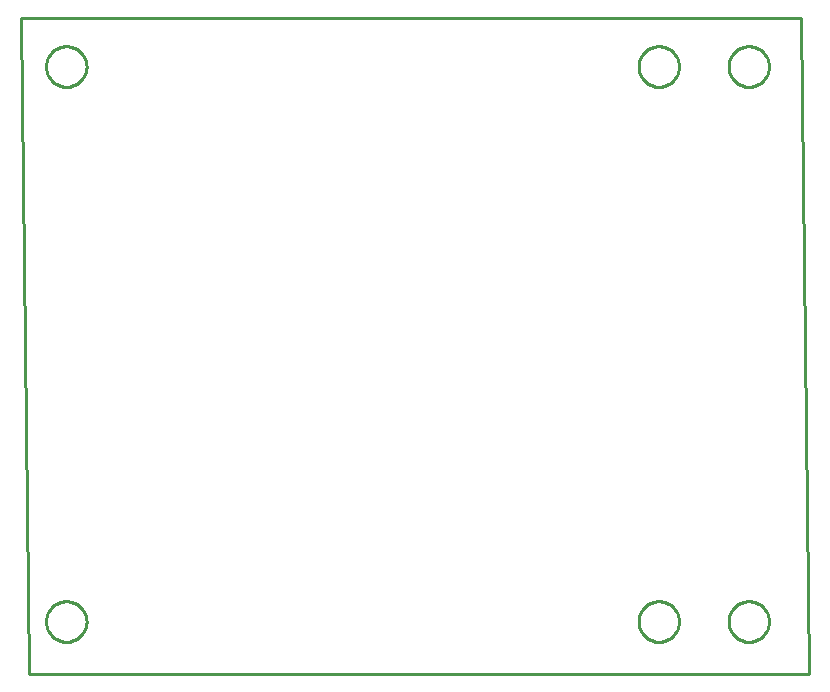
<source format=gbr>
G04 EAGLE Gerber RS-274X export*
G75*
%MOMM*%
%FSLAX34Y34*%
%LPD*%
%IN*%
%IPPOS*%
%AMOC8*
5,1,8,0,0,1.08239X$1,22.5*%
G01*
%ADD10C,0.254000*%


D10*
X0Y739650D02*
X6350Y184150D01*
X666550Y184150D01*
X660200Y739650D01*
X0Y739650D01*
X55245Y697939D02*
X55172Y696819D01*
X55025Y695706D01*
X54806Y694605D01*
X54516Y693520D01*
X54155Y692457D01*
X53725Y691420D01*
X53229Y690414D01*
X52667Y689441D01*
X52044Y688508D01*
X51360Y687618D01*
X50620Y686774D01*
X49826Y685980D01*
X48983Y685240D01*
X48092Y684556D01*
X47159Y683933D01*
X46186Y683371D01*
X45180Y682875D01*
X44143Y682445D01*
X43080Y682084D01*
X41995Y681794D01*
X40894Y681575D01*
X39781Y681428D01*
X38661Y681355D01*
X37539Y681355D01*
X36419Y681428D01*
X35306Y681575D01*
X34205Y681794D01*
X33120Y682084D01*
X32057Y682445D01*
X31020Y682875D01*
X30014Y683371D01*
X29041Y683933D01*
X28108Y684556D01*
X27218Y685240D01*
X26374Y685980D01*
X25580Y686774D01*
X24840Y687618D01*
X24156Y688508D01*
X23533Y689441D01*
X22971Y690414D01*
X22475Y691420D01*
X22045Y692457D01*
X21684Y693520D01*
X21394Y694605D01*
X21175Y695706D01*
X21028Y696819D01*
X20955Y697939D01*
X20955Y699061D01*
X21028Y700181D01*
X21175Y701294D01*
X21394Y702395D01*
X21684Y703480D01*
X22045Y704543D01*
X22475Y705580D01*
X22971Y706586D01*
X23533Y707559D01*
X24156Y708492D01*
X24840Y709383D01*
X25580Y710226D01*
X26374Y711020D01*
X27218Y711760D01*
X28108Y712444D01*
X29041Y713067D01*
X30014Y713629D01*
X31020Y714125D01*
X32057Y714555D01*
X33120Y714916D01*
X34205Y715206D01*
X35306Y715425D01*
X36419Y715572D01*
X37539Y715645D01*
X38661Y715645D01*
X39781Y715572D01*
X40894Y715425D01*
X41995Y715206D01*
X43080Y714916D01*
X44143Y714555D01*
X45180Y714125D01*
X46186Y713629D01*
X47159Y713067D01*
X48092Y712444D01*
X48983Y711760D01*
X49826Y711020D01*
X50620Y710226D01*
X51360Y709383D01*
X52044Y708492D01*
X52667Y707559D01*
X53229Y706586D01*
X53725Y705580D01*
X54155Y704543D01*
X54516Y703480D01*
X54806Y702395D01*
X55025Y701294D01*
X55172Y700181D01*
X55245Y699061D01*
X55245Y697939D01*
X633095Y697939D02*
X633022Y696819D01*
X632875Y695706D01*
X632656Y694605D01*
X632366Y693520D01*
X632005Y692457D01*
X631575Y691420D01*
X631079Y690414D01*
X630517Y689441D01*
X629894Y688508D01*
X629210Y687618D01*
X628470Y686774D01*
X627676Y685980D01*
X626833Y685240D01*
X625942Y684556D01*
X625009Y683933D01*
X624036Y683371D01*
X623030Y682875D01*
X621993Y682445D01*
X620930Y682084D01*
X619845Y681794D01*
X618744Y681575D01*
X617631Y681428D01*
X616511Y681355D01*
X615389Y681355D01*
X614269Y681428D01*
X613156Y681575D01*
X612055Y681794D01*
X610970Y682084D01*
X609907Y682445D01*
X608870Y682875D01*
X607864Y683371D01*
X606891Y683933D01*
X605958Y684556D01*
X605068Y685240D01*
X604224Y685980D01*
X603430Y686774D01*
X602690Y687618D01*
X602006Y688508D01*
X601383Y689441D01*
X600821Y690414D01*
X600325Y691420D01*
X599895Y692457D01*
X599534Y693520D01*
X599244Y694605D01*
X599025Y695706D01*
X598878Y696819D01*
X598805Y697939D01*
X598805Y699061D01*
X598878Y700181D01*
X599025Y701294D01*
X599244Y702395D01*
X599534Y703480D01*
X599895Y704543D01*
X600325Y705580D01*
X600821Y706586D01*
X601383Y707559D01*
X602006Y708492D01*
X602690Y709383D01*
X603430Y710226D01*
X604224Y711020D01*
X605068Y711760D01*
X605958Y712444D01*
X606891Y713067D01*
X607864Y713629D01*
X608870Y714125D01*
X609907Y714555D01*
X610970Y714916D01*
X612055Y715206D01*
X613156Y715425D01*
X614269Y715572D01*
X615389Y715645D01*
X616511Y715645D01*
X617631Y715572D01*
X618744Y715425D01*
X619845Y715206D01*
X620930Y714916D01*
X621993Y714555D01*
X623030Y714125D01*
X624036Y713629D01*
X625009Y713067D01*
X625942Y712444D01*
X626833Y711760D01*
X627676Y711020D01*
X628470Y710226D01*
X629210Y709383D01*
X629894Y708492D01*
X630517Y707559D01*
X631079Y706586D01*
X631575Y705580D01*
X632005Y704543D01*
X632366Y703480D01*
X632656Y702395D01*
X632875Y701294D01*
X633022Y700181D01*
X633095Y699061D01*
X633095Y697939D01*
X55245Y228039D02*
X55172Y226919D01*
X55025Y225806D01*
X54806Y224705D01*
X54516Y223620D01*
X54155Y222557D01*
X53725Y221520D01*
X53229Y220514D01*
X52667Y219541D01*
X52044Y218608D01*
X51360Y217718D01*
X50620Y216874D01*
X49826Y216080D01*
X48983Y215340D01*
X48092Y214656D01*
X47159Y214033D01*
X46186Y213471D01*
X45180Y212975D01*
X44143Y212545D01*
X43080Y212184D01*
X41995Y211894D01*
X40894Y211675D01*
X39781Y211528D01*
X38661Y211455D01*
X37539Y211455D01*
X36419Y211528D01*
X35306Y211675D01*
X34205Y211894D01*
X33120Y212184D01*
X32057Y212545D01*
X31020Y212975D01*
X30014Y213471D01*
X29041Y214033D01*
X28108Y214656D01*
X27218Y215340D01*
X26374Y216080D01*
X25580Y216874D01*
X24840Y217718D01*
X24156Y218608D01*
X23533Y219541D01*
X22971Y220514D01*
X22475Y221520D01*
X22045Y222557D01*
X21684Y223620D01*
X21394Y224705D01*
X21175Y225806D01*
X21028Y226919D01*
X20955Y228039D01*
X20955Y229161D01*
X21028Y230281D01*
X21175Y231394D01*
X21394Y232495D01*
X21684Y233580D01*
X22045Y234643D01*
X22475Y235680D01*
X22971Y236686D01*
X23533Y237659D01*
X24156Y238592D01*
X24840Y239483D01*
X25580Y240326D01*
X26374Y241120D01*
X27218Y241860D01*
X28108Y242544D01*
X29041Y243167D01*
X30014Y243729D01*
X31020Y244225D01*
X32057Y244655D01*
X33120Y245016D01*
X34205Y245306D01*
X35306Y245525D01*
X36419Y245672D01*
X37539Y245745D01*
X38661Y245745D01*
X39781Y245672D01*
X40894Y245525D01*
X41995Y245306D01*
X43080Y245016D01*
X44143Y244655D01*
X45180Y244225D01*
X46186Y243729D01*
X47159Y243167D01*
X48092Y242544D01*
X48983Y241860D01*
X49826Y241120D01*
X50620Y240326D01*
X51360Y239483D01*
X52044Y238592D01*
X52667Y237659D01*
X53229Y236686D01*
X53725Y235680D01*
X54155Y234643D01*
X54516Y233580D01*
X54806Y232495D01*
X55025Y231394D01*
X55172Y230281D01*
X55245Y229161D01*
X55245Y228039D01*
X633095Y228039D02*
X633022Y226919D01*
X632875Y225806D01*
X632656Y224705D01*
X632366Y223620D01*
X632005Y222557D01*
X631575Y221520D01*
X631079Y220514D01*
X630517Y219541D01*
X629894Y218608D01*
X629210Y217718D01*
X628470Y216874D01*
X627676Y216080D01*
X626833Y215340D01*
X625942Y214656D01*
X625009Y214033D01*
X624036Y213471D01*
X623030Y212975D01*
X621993Y212545D01*
X620930Y212184D01*
X619845Y211894D01*
X618744Y211675D01*
X617631Y211528D01*
X616511Y211455D01*
X615389Y211455D01*
X614269Y211528D01*
X613156Y211675D01*
X612055Y211894D01*
X610970Y212184D01*
X609907Y212545D01*
X608870Y212975D01*
X607864Y213471D01*
X606891Y214033D01*
X605958Y214656D01*
X605068Y215340D01*
X604224Y216080D01*
X603430Y216874D01*
X602690Y217718D01*
X602006Y218608D01*
X601383Y219541D01*
X600821Y220514D01*
X600325Y221520D01*
X599895Y222557D01*
X599534Y223620D01*
X599244Y224705D01*
X599025Y225806D01*
X598878Y226919D01*
X598805Y228039D01*
X598805Y229161D01*
X598878Y230281D01*
X599025Y231394D01*
X599244Y232495D01*
X599534Y233580D01*
X599895Y234643D01*
X600325Y235680D01*
X600821Y236686D01*
X601383Y237659D01*
X602006Y238592D01*
X602690Y239483D01*
X603430Y240326D01*
X604224Y241120D01*
X605068Y241860D01*
X605958Y242544D01*
X606891Y243167D01*
X607864Y243729D01*
X608870Y244225D01*
X609907Y244655D01*
X610970Y245016D01*
X612055Y245306D01*
X613156Y245525D01*
X614269Y245672D01*
X615389Y245745D01*
X616511Y245745D01*
X617631Y245672D01*
X618744Y245525D01*
X619845Y245306D01*
X620930Y245016D01*
X621993Y244655D01*
X623030Y244225D01*
X624036Y243729D01*
X625009Y243167D01*
X625942Y242544D01*
X626833Y241860D01*
X627676Y241120D01*
X628470Y240326D01*
X629210Y239483D01*
X629894Y238592D01*
X630517Y237659D01*
X631079Y236686D01*
X631575Y235680D01*
X632005Y234643D01*
X632366Y233580D01*
X632656Y232495D01*
X632875Y231394D01*
X633022Y230281D01*
X633095Y229161D01*
X633095Y228039D01*
X556895Y228039D02*
X556822Y226919D01*
X556675Y225806D01*
X556456Y224705D01*
X556166Y223620D01*
X555805Y222557D01*
X555375Y221520D01*
X554879Y220514D01*
X554317Y219541D01*
X553694Y218608D01*
X553010Y217718D01*
X552270Y216874D01*
X551476Y216080D01*
X550633Y215340D01*
X549742Y214656D01*
X548809Y214033D01*
X547836Y213471D01*
X546830Y212975D01*
X545793Y212545D01*
X544730Y212184D01*
X543645Y211894D01*
X542544Y211675D01*
X541431Y211528D01*
X540311Y211455D01*
X539189Y211455D01*
X538069Y211528D01*
X536956Y211675D01*
X535855Y211894D01*
X534770Y212184D01*
X533707Y212545D01*
X532670Y212975D01*
X531664Y213471D01*
X530691Y214033D01*
X529758Y214656D01*
X528868Y215340D01*
X528024Y216080D01*
X527230Y216874D01*
X526490Y217718D01*
X525806Y218608D01*
X525183Y219541D01*
X524621Y220514D01*
X524125Y221520D01*
X523695Y222557D01*
X523334Y223620D01*
X523044Y224705D01*
X522825Y225806D01*
X522678Y226919D01*
X522605Y228039D01*
X522605Y229161D01*
X522678Y230281D01*
X522825Y231394D01*
X523044Y232495D01*
X523334Y233580D01*
X523695Y234643D01*
X524125Y235680D01*
X524621Y236686D01*
X525183Y237659D01*
X525806Y238592D01*
X526490Y239483D01*
X527230Y240326D01*
X528024Y241120D01*
X528868Y241860D01*
X529758Y242544D01*
X530691Y243167D01*
X531664Y243729D01*
X532670Y244225D01*
X533707Y244655D01*
X534770Y245016D01*
X535855Y245306D01*
X536956Y245525D01*
X538069Y245672D01*
X539189Y245745D01*
X540311Y245745D01*
X541431Y245672D01*
X542544Y245525D01*
X543645Y245306D01*
X544730Y245016D01*
X545793Y244655D01*
X546830Y244225D01*
X547836Y243729D01*
X548809Y243167D01*
X549742Y242544D01*
X550633Y241860D01*
X551476Y241120D01*
X552270Y240326D01*
X553010Y239483D01*
X553694Y238592D01*
X554317Y237659D01*
X554879Y236686D01*
X555375Y235680D01*
X555805Y234643D01*
X556166Y233580D01*
X556456Y232495D01*
X556675Y231394D01*
X556822Y230281D01*
X556895Y229161D01*
X556895Y228039D01*
X556895Y697939D02*
X556822Y696819D01*
X556675Y695706D01*
X556456Y694605D01*
X556166Y693520D01*
X555805Y692457D01*
X555375Y691420D01*
X554879Y690414D01*
X554317Y689441D01*
X553694Y688508D01*
X553010Y687618D01*
X552270Y686774D01*
X551476Y685980D01*
X550633Y685240D01*
X549742Y684556D01*
X548809Y683933D01*
X547836Y683371D01*
X546830Y682875D01*
X545793Y682445D01*
X544730Y682084D01*
X543645Y681794D01*
X542544Y681575D01*
X541431Y681428D01*
X540311Y681355D01*
X539189Y681355D01*
X538069Y681428D01*
X536956Y681575D01*
X535855Y681794D01*
X534770Y682084D01*
X533707Y682445D01*
X532670Y682875D01*
X531664Y683371D01*
X530691Y683933D01*
X529758Y684556D01*
X528868Y685240D01*
X528024Y685980D01*
X527230Y686774D01*
X526490Y687618D01*
X525806Y688508D01*
X525183Y689441D01*
X524621Y690414D01*
X524125Y691420D01*
X523695Y692457D01*
X523334Y693520D01*
X523044Y694605D01*
X522825Y695706D01*
X522678Y696819D01*
X522605Y697939D01*
X522605Y699061D01*
X522678Y700181D01*
X522825Y701294D01*
X523044Y702395D01*
X523334Y703480D01*
X523695Y704543D01*
X524125Y705580D01*
X524621Y706586D01*
X525183Y707559D01*
X525806Y708492D01*
X526490Y709383D01*
X527230Y710226D01*
X528024Y711020D01*
X528868Y711760D01*
X529758Y712444D01*
X530691Y713067D01*
X531664Y713629D01*
X532670Y714125D01*
X533707Y714555D01*
X534770Y714916D01*
X535855Y715206D01*
X536956Y715425D01*
X538069Y715572D01*
X539189Y715645D01*
X540311Y715645D01*
X541431Y715572D01*
X542544Y715425D01*
X543645Y715206D01*
X544730Y714916D01*
X545793Y714555D01*
X546830Y714125D01*
X547836Y713629D01*
X548809Y713067D01*
X549742Y712444D01*
X550633Y711760D01*
X551476Y711020D01*
X552270Y710226D01*
X553010Y709383D01*
X553694Y708492D01*
X554317Y707559D01*
X554879Y706586D01*
X555375Y705580D01*
X555805Y704543D01*
X556166Y703480D01*
X556456Y702395D01*
X556675Y701294D01*
X556822Y700181D01*
X556895Y699061D01*
X556895Y697939D01*
M02*

</source>
